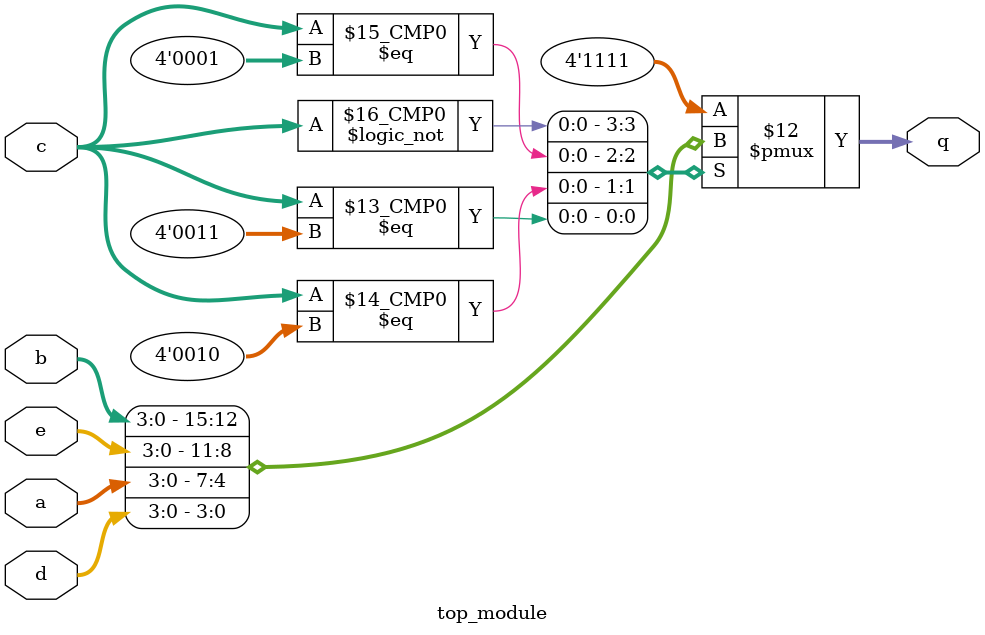
<source format=sv>
module top_module (
    input [3:0] a, 
    input [3:0] b, 
    input [3:0] c, 
    input [3:0] d,
    input [3:0] e,
    output reg [3:0] q
);

always @(*) begin
    case (c)
        4'b0000: q = b;
        4'b0001: q = e;
        4'b0010: q = a;
        4'b0011: q = d;
        4'b0100: q = 4'hf;
        4'b0101: q = 4'hf;
        4'b0110: q = 4'hf;
        4'b0111: q = 4'hf;
        4'b1000: q = 4'hf;
        4'b1001: q = 4'hf;
        4'b1010: q = 4'hf;
        4'b1011: q = 4'hf;
        4'b1100: q = 4'hf;
        default: q = 4'hf;
    endcase
end

endmodule

</source>
